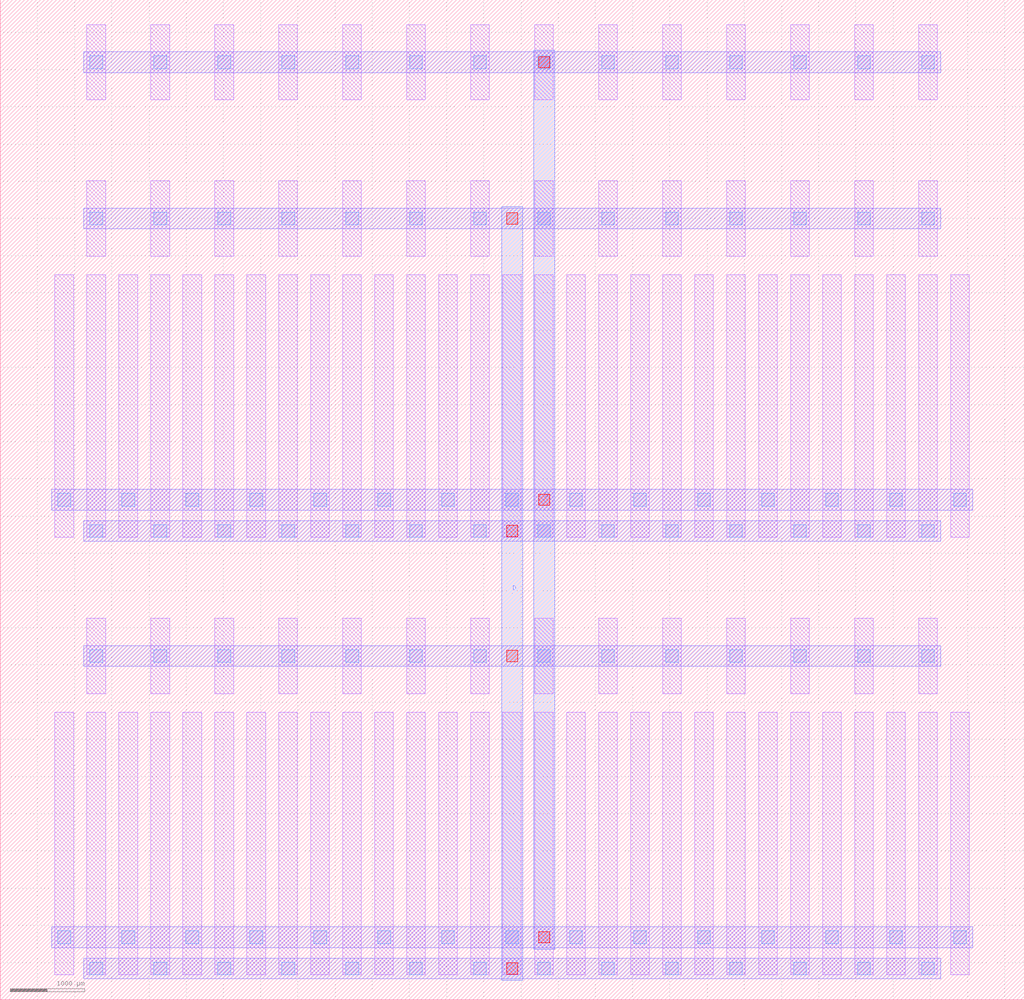
<source format=lef>
MACRO DCL_NMOS_S_57935746_X14_Y2
  UNITS 
    DATABASE MICRONS UNITS 1000;
  END UNITS 
  ORIGIN 0 0 ;
  FOREIGN DCL_NMOS_S_57935746_X14_Y2 0 0 ;
  SIZE 13760 BY 13440 ;
  PIN D
    DIRECTION INOUT ;
    USE SIGNAL ;
    PORT
      LAYER M3 ;
        RECT 6740 260 7020 10660 ;
    END
  END D
  PIN S
    DIRECTION INOUT ;
    USE SIGNAL ;
    PORT
      LAYER M3 ;
        RECT 7170 680 7450 12760 ;
    END
  END S
  OBS
    LAYER M1 ;
      RECT 1165 335 1415 3865 ;
    LAYER M1 ;
      RECT 1165 4115 1415 5125 ;
    LAYER M1 ;
      RECT 1165 6215 1415 9745 ;
    LAYER M1 ;
      RECT 1165 9995 1415 11005 ;
    LAYER M1 ;
      RECT 1165 12095 1415 13105 ;
    LAYER M1 ;
      RECT 735 335 985 3865 ;
    LAYER M1 ;
      RECT 735 6215 985 9745 ;
    LAYER M1 ;
      RECT 1595 335 1845 3865 ;
    LAYER M1 ;
      RECT 1595 6215 1845 9745 ;
    LAYER M1 ;
      RECT 2025 335 2275 3865 ;
    LAYER M1 ;
      RECT 2025 4115 2275 5125 ;
    LAYER M1 ;
      RECT 2025 6215 2275 9745 ;
    LAYER M1 ;
      RECT 2025 9995 2275 11005 ;
    LAYER M1 ;
      RECT 2025 12095 2275 13105 ;
    LAYER M1 ;
      RECT 2455 335 2705 3865 ;
    LAYER M1 ;
      RECT 2455 6215 2705 9745 ;
    LAYER M1 ;
      RECT 2885 335 3135 3865 ;
    LAYER M1 ;
      RECT 2885 4115 3135 5125 ;
    LAYER M1 ;
      RECT 2885 6215 3135 9745 ;
    LAYER M1 ;
      RECT 2885 9995 3135 11005 ;
    LAYER M1 ;
      RECT 2885 12095 3135 13105 ;
    LAYER M1 ;
      RECT 3315 335 3565 3865 ;
    LAYER M1 ;
      RECT 3315 6215 3565 9745 ;
    LAYER M1 ;
      RECT 3745 335 3995 3865 ;
    LAYER M1 ;
      RECT 3745 4115 3995 5125 ;
    LAYER M1 ;
      RECT 3745 6215 3995 9745 ;
    LAYER M1 ;
      RECT 3745 9995 3995 11005 ;
    LAYER M1 ;
      RECT 3745 12095 3995 13105 ;
    LAYER M1 ;
      RECT 4175 335 4425 3865 ;
    LAYER M1 ;
      RECT 4175 6215 4425 9745 ;
    LAYER M1 ;
      RECT 4605 335 4855 3865 ;
    LAYER M1 ;
      RECT 4605 4115 4855 5125 ;
    LAYER M1 ;
      RECT 4605 6215 4855 9745 ;
    LAYER M1 ;
      RECT 4605 9995 4855 11005 ;
    LAYER M1 ;
      RECT 4605 12095 4855 13105 ;
    LAYER M1 ;
      RECT 5035 335 5285 3865 ;
    LAYER M1 ;
      RECT 5035 6215 5285 9745 ;
    LAYER M1 ;
      RECT 5465 335 5715 3865 ;
    LAYER M1 ;
      RECT 5465 4115 5715 5125 ;
    LAYER M1 ;
      RECT 5465 6215 5715 9745 ;
    LAYER M1 ;
      RECT 5465 9995 5715 11005 ;
    LAYER M1 ;
      RECT 5465 12095 5715 13105 ;
    LAYER M1 ;
      RECT 5895 335 6145 3865 ;
    LAYER M1 ;
      RECT 5895 6215 6145 9745 ;
    LAYER M1 ;
      RECT 6325 335 6575 3865 ;
    LAYER M1 ;
      RECT 6325 4115 6575 5125 ;
    LAYER M1 ;
      RECT 6325 6215 6575 9745 ;
    LAYER M1 ;
      RECT 6325 9995 6575 11005 ;
    LAYER M1 ;
      RECT 6325 12095 6575 13105 ;
    LAYER M1 ;
      RECT 6755 335 7005 3865 ;
    LAYER M1 ;
      RECT 6755 6215 7005 9745 ;
    LAYER M1 ;
      RECT 7185 335 7435 3865 ;
    LAYER M1 ;
      RECT 7185 4115 7435 5125 ;
    LAYER M1 ;
      RECT 7185 6215 7435 9745 ;
    LAYER M1 ;
      RECT 7185 9995 7435 11005 ;
    LAYER M1 ;
      RECT 7185 12095 7435 13105 ;
    LAYER M1 ;
      RECT 7615 335 7865 3865 ;
    LAYER M1 ;
      RECT 7615 6215 7865 9745 ;
    LAYER M1 ;
      RECT 8045 335 8295 3865 ;
    LAYER M1 ;
      RECT 8045 4115 8295 5125 ;
    LAYER M1 ;
      RECT 8045 6215 8295 9745 ;
    LAYER M1 ;
      RECT 8045 9995 8295 11005 ;
    LAYER M1 ;
      RECT 8045 12095 8295 13105 ;
    LAYER M1 ;
      RECT 8475 335 8725 3865 ;
    LAYER M1 ;
      RECT 8475 6215 8725 9745 ;
    LAYER M1 ;
      RECT 8905 335 9155 3865 ;
    LAYER M1 ;
      RECT 8905 4115 9155 5125 ;
    LAYER M1 ;
      RECT 8905 6215 9155 9745 ;
    LAYER M1 ;
      RECT 8905 9995 9155 11005 ;
    LAYER M1 ;
      RECT 8905 12095 9155 13105 ;
    LAYER M1 ;
      RECT 9335 335 9585 3865 ;
    LAYER M1 ;
      RECT 9335 6215 9585 9745 ;
    LAYER M1 ;
      RECT 9765 335 10015 3865 ;
    LAYER M1 ;
      RECT 9765 4115 10015 5125 ;
    LAYER M1 ;
      RECT 9765 6215 10015 9745 ;
    LAYER M1 ;
      RECT 9765 9995 10015 11005 ;
    LAYER M1 ;
      RECT 9765 12095 10015 13105 ;
    LAYER M1 ;
      RECT 10195 335 10445 3865 ;
    LAYER M1 ;
      RECT 10195 6215 10445 9745 ;
    LAYER M1 ;
      RECT 10625 335 10875 3865 ;
    LAYER M1 ;
      RECT 10625 4115 10875 5125 ;
    LAYER M1 ;
      RECT 10625 6215 10875 9745 ;
    LAYER M1 ;
      RECT 10625 9995 10875 11005 ;
    LAYER M1 ;
      RECT 10625 12095 10875 13105 ;
    LAYER M1 ;
      RECT 11055 335 11305 3865 ;
    LAYER M1 ;
      RECT 11055 6215 11305 9745 ;
    LAYER M1 ;
      RECT 11485 335 11735 3865 ;
    LAYER M1 ;
      RECT 11485 4115 11735 5125 ;
    LAYER M1 ;
      RECT 11485 6215 11735 9745 ;
    LAYER M1 ;
      RECT 11485 9995 11735 11005 ;
    LAYER M1 ;
      RECT 11485 12095 11735 13105 ;
    LAYER M1 ;
      RECT 11915 335 12165 3865 ;
    LAYER M1 ;
      RECT 11915 6215 12165 9745 ;
    LAYER M1 ;
      RECT 12345 335 12595 3865 ;
    LAYER M1 ;
      RECT 12345 4115 12595 5125 ;
    LAYER M1 ;
      RECT 12345 6215 12595 9745 ;
    LAYER M1 ;
      RECT 12345 9995 12595 11005 ;
    LAYER M1 ;
      RECT 12345 12095 12595 13105 ;
    LAYER M1 ;
      RECT 12775 335 13025 3865 ;
    LAYER M1 ;
      RECT 12775 6215 13025 9745 ;
    LAYER M2 ;
      RECT 1120 280 12640 560 ;
    LAYER M2 ;
      RECT 1120 4480 12640 4760 ;
    LAYER M2 ;
      RECT 690 700 13070 980 ;
    LAYER M2 ;
      RECT 1120 6160 12640 6440 ;
    LAYER M2 ;
      RECT 1120 10360 12640 10640 ;
    LAYER M2 ;
      RECT 1120 12460 12640 12740 ;
    LAYER M2 ;
      RECT 690 6580 13070 6860 ;
    LAYER V1 ;
      RECT 1205 335 1375 505 ;
    LAYER V1 ;
      RECT 1205 4535 1375 4705 ;
    LAYER V1 ;
      RECT 1205 6215 1375 6385 ;
    LAYER V1 ;
      RECT 1205 10415 1375 10585 ;
    LAYER V1 ;
      RECT 1205 12515 1375 12685 ;
    LAYER V1 ;
      RECT 2065 335 2235 505 ;
    LAYER V1 ;
      RECT 2065 4535 2235 4705 ;
    LAYER V1 ;
      RECT 2065 6215 2235 6385 ;
    LAYER V1 ;
      RECT 2065 10415 2235 10585 ;
    LAYER V1 ;
      RECT 2065 12515 2235 12685 ;
    LAYER V1 ;
      RECT 2925 335 3095 505 ;
    LAYER V1 ;
      RECT 2925 4535 3095 4705 ;
    LAYER V1 ;
      RECT 2925 6215 3095 6385 ;
    LAYER V1 ;
      RECT 2925 10415 3095 10585 ;
    LAYER V1 ;
      RECT 2925 12515 3095 12685 ;
    LAYER V1 ;
      RECT 3785 335 3955 505 ;
    LAYER V1 ;
      RECT 3785 4535 3955 4705 ;
    LAYER V1 ;
      RECT 3785 6215 3955 6385 ;
    LAYER V1 ;
      RECT 3785 10415 3955 10585 ;
    LAYER V1 ;
      RECT 3785 12515 3955 12685 ;
    LAYER V1 ;
      RECT 4645 335 4815 505 ;
    LAYER V1 ;
      RECT 4645 4535 4815 4705 ;
    LAYER V1 ;
      RECT 4645 6215 4815 6385 ;
    LAYER V1 ;
      RECT 4645 10415 4815 10585 ;
    LAYER V1 ;
      RECT 4645 12515 4815 12685 ;
    LAYER V1 ;
      RECT 5505 335 5675 505 ;
    LAYER V1 ;
      RECT 5505 4535 5675 4705 ;
    LAYER V1 ;
      RECT 5505 6215 5675 6385 ;
    LAYER V1 ;
      RECT 5505 10415 5675 10585 ;
    LAYER V1 ;
      RECT 5505 12515 5675 12685 ;
    LAYER V1 ;
      RECT 6365 335 6535 505 ;
    LAYER V1 ;
      RECT 6365 4535 6535 4705 ;
    LAYER V1 ;
      RECT 6365 6215 6535 6385 ;
    LAYER V1 ;
      RECT 6365 10415 6535 10585 ;
    LAYER V1 ;
      RECT 6365 12515 6535 12685 ;
    LAYER V1 ;
      RECT 7225 335 7395 505 ;
    LAYER V1 ;
      RECT 7225 4535 7395 4705 ;
    LAYER V1 ;
      RECT 7225 6215 7395 6385 ;
    LAYER V1 ;
      RECT 7225 10415 7395 10585 ;
    LAYER V1 ;
      RECT 7225 12515 7395 12685 ;
    LAYER V1 ;
      RECT 8085 335 8255 505 ;
    LAYER V1 ;
      RECT 8085 4535 8255 4705 ;
    LAYER V1 ;
      RECT 8085 6215 8255 6385 ;
    LAYER V1 ;
      RECT 8085 10415 8255 10585 ;
    LAYER V1 ;
      RECT 8085 12515 8255 12685 ;
    LAYER V1 ;
      RECT 8945 335 9115 505 ;
    LAYER V1 ;
      RECT 8945 4535 9115 4705 ;
    LAYER V1 ;
      RECT 8945 6215 9115 6385 ;
    LAYER V1 ;
      RECT 8945 10415 9115 10585 ;
    LAYER V1 ;
      RECT 8945 12515 9115 12685 ;
    LAYER V1 ;
      RECT 9805 335 9975 505 ;
    LAYER V1 ;
      RECT 9805 4535 9975 4705 ;
    LAYER V1 ;
      RECT 9805 6215 9975 6385 ;
    LAYER V1 ;
      RECT 9805 10415 9975 10585 ;
    LAYER V1 ;
      RECT 9805 12515 9975 12685 ;
    LAYER V1 ;
      RECT 10665 335 10835 505 ;
    LAYER V1 ;
      RECT 10665 4535 10835 4705 ;
    LAYER V1 ;
      RECT 10665 6215 10835 6385 ;
    LAYER V1 ;
      RECT 10665 10415 10835 10585 ;
    LAYER V1 ;
      RECT 10665 12515 10835 12685 ;
    LAYER V1 ;
      RECT 11525 335 11695 505 ;
    LAYER V1 ;
      RECT 11525 4535 11695 4705 ;
    LAYER V1 ;
      RECT 11525 6215 11695 6385 ;
    LAYER V1 ;
      RECT 11525 10415 11695 10585 ;
    LAYER V1 ;
      RECT 11525 12515 11695 12685 ;
    LAYER V1 ;
      RECT 12385 335 12555 505 ;
    LAYER V1 ;
      RECT 12385 4535 12555 4705 ;
    LAYER V1 ;
      RECT 12385 6215 12555 6385 ;
    LAYER V1 ;
      RECT 12385 10415 12555 10585 ;
    LAYER V1 ;
      RECT 12385 12515 12555 12685 ;
    LAYER V1 ;
      RECT 775 755 945 925 ;
    LAYER V1 ;
      RECT 775 6635 945 6805 ;
    LAYER V1 ;
      RECT 1635 755 1805 925 ;
    LAYER V1 ;
      RECT 1635 6635 1805 6805 ;
    LAYER V1 ;
      RECT 2495 755 2665 925 ;
    LAYER V1 ;
      RECT 2495 6635 2665 6805 ;
    LAYER V1 ;
      RECT 3355 755 3525 925 ;
    LAYER V1 ;
      RECT 3355 6635 3525 6805 ;
    LAYER V1 ;
      RECT 4215 755 4385 925 ;
    LAYER V1 ;
      RECT 4215 6635 4385 6805 ;
    LAYER V1 ;
      RECT 5075 755 5245 925 ;
    LAYER V1 ;
      RECT 5075 6635 5245 6805 ;
    LAYER V1 ;
      RECT 5935 755 6105 925 ;
    LAYER V1 ;
      RECT 5935 6635 6105 6805 ;
    LAYER V1 ;
      RECT 6795 755 6965 925 ;
    LAYER V1 ;
      RECT 6795 6635 6965 6805 ;
    LAYER V1 ;
      RECT 7655 755 7825 925 ;
    LAYER V1 ;
      RECT 7655 6635 7825 6805 ;
    LAYER V1 ;
      RECT 8515 755 8685 925 ;
    LAYER V1 ;
      RECT 8515 6635 8685 6805 ;
    LAYER V1 ;
      RECT 9375 755 9545 925 ;
    LAYER V1 ;
      RECT 9375 6635 9545 6805 ;
    LAYER V1 ;
      RECT 10235 755 10405 925 ;
    LAYER V1 ;
      RECT 10235 6635 10405 6805 ;
    LAYER V1 ;
      RECT 11095 755 11265 925 ;
    LAYER V1 ;
      RECT 11095 6635 11265 6805 ;
    LAYER V1 ;
      RECT 11955 755 12125 925 ;
    LAYER V1 ;
      RECT 11955 6635 12125 6805 ;
    LAYER V1 ;
      RECT 12815 755 12985 925 ;
    LAYER V1 ;
      RECT 12815 6635 12985 6805 ;
    LAYER V2 ;
      RECT 6805 345 6955 495 ;
    LAYER V2 ;
      RECT 6805 4545 6955 4695 ;
    LAYER V2 ;
      RECT 6805 6225 6955 6375 ;
    LAYER V2 ;
      RECT 6805 10425 6955 10575 ;
    LAYER V2 ;
      RECT 7235 765 7385 915 ;
    LAYER V2 ;
      RECT 7235 6645 7385 6795 ;
    LAYER V2 ;
      RECT 7235 12525 7385 12675 ;
  END
END DCL_NMOS_S_57935746_X14_Y2

</source>
